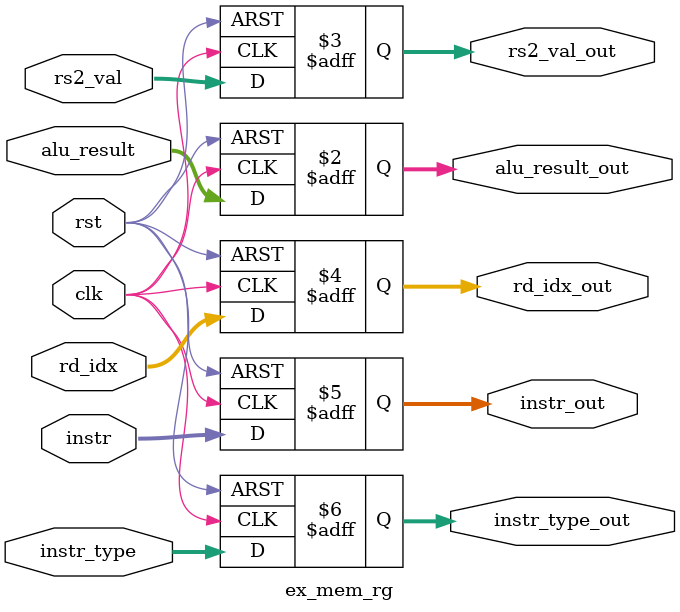
<source format=sv>
module ex_mem_rg (
    input  logic        clk,
    input  logic        rst,

    input  logic [31:0] alu_result,
    input  logic [31:0] rs2_val,
    input  logic [4:0]  rd_idx,
    input  logic [31:0] instr,
    input  logic [3:0]  instr_type,

    output logic [31:0] alu_result_out,
    output logic [31:0] rs2_val_out,
    output logic [4:0]  rd_idx_out,
    output logic [31:0] instr_out,
    output logic [3:0]  instr_type_out
);

    always_ff @(posedge clk or posedge rst) begin
        if (rst) begin
            alu_result_out   <= 32'b0;
            rs2_val_out      <= 32'b0;
            rd_idx_out       <= 5'b0;
            instr_out        <= 32'b0;
            instr_type_out   <= 4'b0;
        end else begin
            alu_result_out   <= alu_result;
            rs2_val_out      <= rs2_val;
            rd_idx_out       <= rd_idx;
            instr_out        <= instr;
            instr_type_out   <= instr_type;
        end
    end

endmodule
</source>
